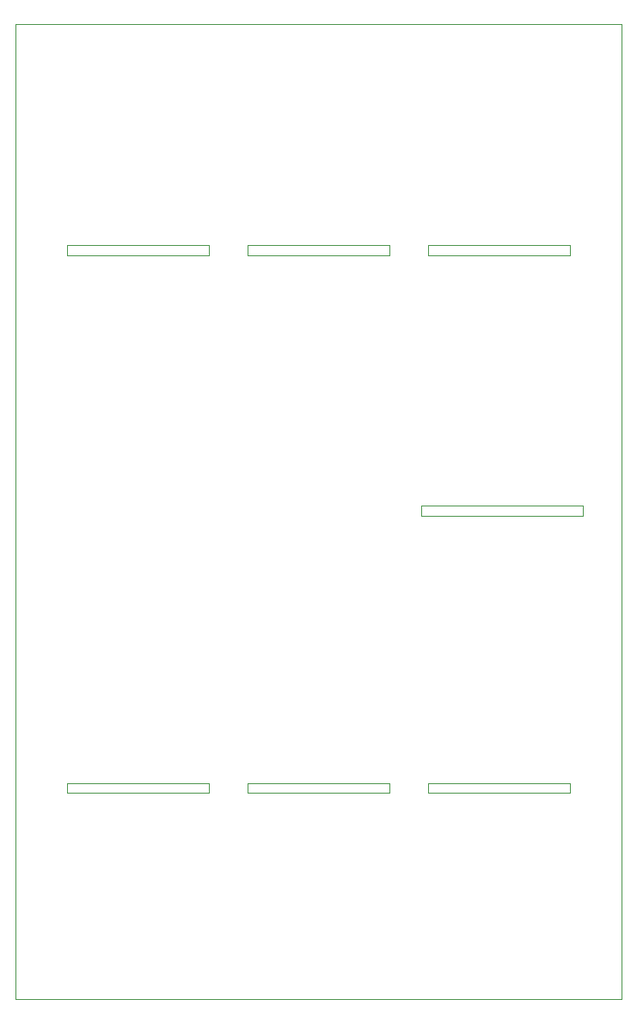
<source format=gbr>
%TF.GenerationSoftware,KiCad,Pcbnew,5.1.10-88a1d61d58~90~ubuntu20.04.1*%
%TF.CreationDate,2022-08-18T12:34:06+02:00*%
%TF.ProjectId,OptoIsolation,4f70746f-4973-46f6-9c61-74696f6e2e6b,rev?*%
%TF.SameCoordinates,PX4d83c00PY8eeaea0*%
%TF.FileFunction,Profile,NP*%
%FSLAX46Y46*%
G04 Gerber Fmt 4.6, Leading zero omitted, Abs format (unit mm)*
G04 Created by KiCad (PCBNEW 5.1.10-88a1d61d58~90~ubuntu20.04.1) date 2022-08-18 12:34:06*
%MOMM*%
%LPD*%
G01*
G04 APERTURE LIST*
%TA.AperFunction,Profile*%
%ADD10C,0.100000*%
%TD*%
%TA.AperFunction,Profile*%
%ADD11C,0.050000*%
%TD*%
G04 APERTURE END LIST*
D10*
X55880000Y47625000D02*
X40005000Y47625000D01*
X40005000Y47625000D02*
X40005000Y48625000D01*
X55880000Y48625000D02*
X55880000Y47625000D01*
X40005000Y48625000D02*
X55880000Y48625000D01*
X40640000Y73295000D02*
X40640000Y74295000D01*
X54610000Y74295000D02*
X54610000Y73295000D01*
X22860000Y74295000D02*
X36830000Y74295000D01*
X36830000Y74295000D02*
X36830000Y73295000D01*
X54610000Y73295000D02*
X40640000Y73295000D01*
X5080000Y73295000D02*
X5080000Y74295000D01*
X36830000Y73295000D02*
X22860000Y73295000D01*
X5080000Y74295000D02*
X19050000Y74295000D01*
X19050000Y74295000D02*
X19050000Y73295000D01*
X19050000Y73295000D02*
X5080000Y73295000D01*
X40640000Y74295000D02*
X54610000Y74295000D01*
X22860000Y73295000D02*
X22860000Y74295000D01*
X22860000Y20320000D02*
X22860000Y21320000D01*
X36830000Y20320000D02*
X22860000Y20320000D01*
X22860000Y21320000D02*
X36830000Y21320000D01*
X36830000Y21320000D02*
X36830000Y20320000D01*
X40640000Y20320000D02*
X40640000Y21320000D01*
X54610000Y20320000D02*
X40640000Y20320000D01*
X40640000Y21320000D02*
X54610000Y21320000D01*
X54610000Y21320000D02*
X54610000Y20320000D01*
X19050000Y21320000D02*
X19050000Y20320000D01*
X5080000Y21320000D02*
X19050000Y21320000D01*
X5080000Y20320000D02*
X5080000Y21320000D01*
X19050000Y20320000D02*
X5080000Y20320000D01*
D11*
X59690000Y0D02*
X0Y0D01*
X59690000Y96012000D02*
X59690000Y0D01*
X0Y96012000D02*
X59690000Y96012000D01*
X0Y0D02*
X0Y96012000D01*
M02*

</source>
